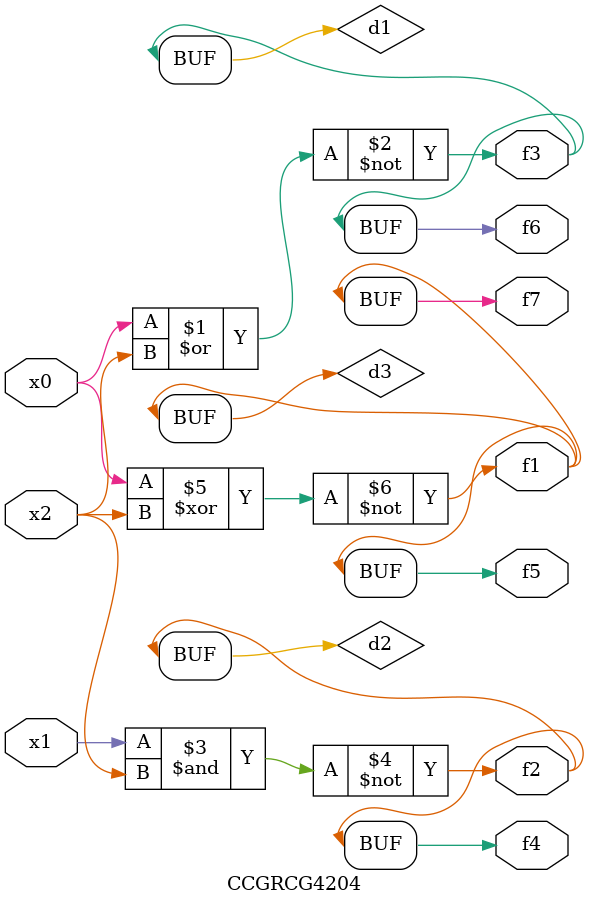
<source format=v>
module CCGRCG4204(
	input x0, x1, x2,
	output f1, f2, f3, f4, f5, f6, f7
);

	wire d1, d2, d3;

	nor (d1, x0, x2);
	nand (d2, x1, x2);
	xnor (d3, x0, x2);
	assign f1 = d3;
	assign f2 = d2;
	assign f3 = d1;
	assign f4 = d2;
	assign f5 = d3;
	assign f6 = d1;
	assign f7 = d3;
endmodule

</source>
